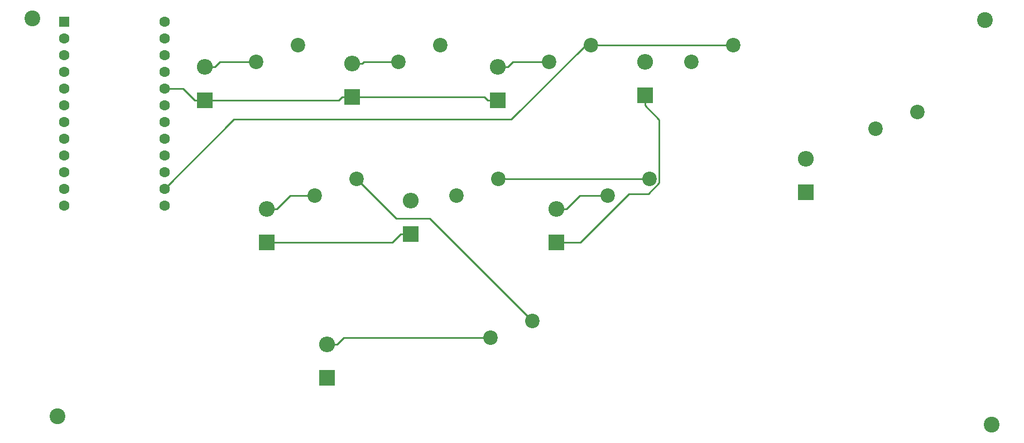
<source format=gtl>
G04 #@! TF.GenerationSoftware,KiCad,Pcbnew,5.1.7-a382d34a8~87~ubuntu20.04.1*
G04 #@! TF.CreationDate,2021-01-04T03:10:59+05:30*
G04 #@! TF.ProjectId,ai03-pcb-guide,61693033-2d70-4636-922d-67756964652e,rev?*
G04 #@! TF.SameCoordinates,Original*
G04 #@! TF.FileFunction,Copper,L1,Top*
G04 #@! TF.FilePolarity,Positive*
%FSLAX46Y46*%
G04 Gerber Fmt 4.6, Leading zero omitted, Abs format (unit mm)*
G04 Created by KiCad (PCBNEW 5.1.7-a382d34a8~87~ubuntu20.04.1) date 2021-01-04 03:10:59*
%MOMM*%
%LPD*%
G01*
G04 APERTURE LIST*
G04 #@! TA.AperFunction,ComponentPad*
%ADD10C,2.400000*%
G04 #@! TD*
G04 #@! TA.AperFunction,ComponentPad*
%ADD11C,1.600000*%
G04 #@! TD*
G04 #@! TA.AperFunction,ComponentPad*
%ADD12R,1.600000X1.600000*%
G04 #@! TD*
G04 #@! TA.AperFunction,ComponentPad*
%ADD13O,2.400000X2.400000*%
G04 #@! TD*
G04 #@! TA.AperFunction,ComponentPad*
%ADD14R,2.400000X2.400000*%
G04 #@! TD*
G04 #@! TA.AperFunction,ComponentPad*
%ADD15C,2.200000*%
G04 #@! TD*
G04 #@! TA.AperFunction,Conductor*
%ADD16C,0.254000*%
G04 #@! TD*
G04 APERTURE END LIST*
D10*
X190563500Y-64798000D03*
X191579500Y-126266000D03*
X49847500Y-124996000D03*
X46037500Y-64544000D03*
D11*
X66103500Y-65052000D03*
X66103500Y-67592000D03*
X66103500Y-70132000D03*
X66103500Y-72672000D03*
X66103500Y-75212000D03*
X66103500Y-77752000D03*
X66103500Y-80292000D03*
X66103500Y-82832000D03*
X66103500Y-85372000D03*
X66103500Y-87912000D03*
X66103500Y-90452000D03*
X66103500Y-92992000D03*
X50863500Y-92992000D03*
X50863500Y-90452000D03*
X50863500Y-87912000D03*
X50863500Y-85372000D03*
X50863500Y-82832000D03*
X50863500Y-80292000D03*
X50863500Y-77752000D03*
X50863500Y-75212000D03*
X50863500Y-72672000D03*
X50863500Y-70132000D03*
X50863500Y-67592000D03*
D12*
X50863500Y-65052000D03*
D13*
X139002000Y-71148000D03*
D14*
X139002000Y-76228000D03*
D13*
X163386000Y-85880000D03*
D14*
X163386000Y-90960000D03*
D13*
X116650000Y-71910000D03*
D14*
X116650000Y-76990000D03*
D13*
X125540000Y-93500000D03*
D14*
X125540000Y-98580000D03*
D13*
X103442000Y-92230000D03*
D14*
X103442000Y-97310000D03*
D13*
X94551500Y-71402000D03*
D14*
X94551500Y-76482000D03*
D13*
X90741500Y-114074000D03*
D14*
X90741500Y-119154000D03*
D13*
X81597500Y-93500000D03*
D14*
X81597500Y-98580000D03*
D13*
X72199500Y-71910000D03*
D14*
X72199500Y-76990000D03*
D15*
X115570000Y-113030000D03*
X121920000Y-110490000D03*
X110370000Y-91440000D03*
X116720000Y-88900000D03*
X88900000Y-91440000D03*
X95250000Y-88900000D03*
X173990000Y-81280000D03*
X180340000Y-78740000D03*
X124460000Y-71120000D03*
X130810000Y-68580000D03*
X133350000Y-91440000D03*
X139700000Y-88900000D03*
X101600000Y-71120000D03*
X107950000Y-68580000D03*
X146050000Y-71120000D03*
X152400000Y-68580000D03*
X80010000Y-71120000D03*
X86360000Y-68580000D03*
D16*
X94551500Y-76482000D02*
X93024200Y-76482000D01*
X72199500Y-76990000D02*
X92516200Y-76990000D01*
X92516200Y-76990000D02*
X93024200Y-76482000D01*
X71435900Y-76990000D02*
X72199500Y-76990000D01*
X116650000Y-76990000D02*
X115122700Y-76990000D01*
X94551500Y-76482000D02*
X114614700Y-76482000D01*
X114614700Y-76482000D02*
X115122700Y-76990000D01*
X71435900Y-76990000D02*
X70672200Y-76990000D01*
X70672200Y-76990000D02*
X68894200Y-75212000D01*
X68894200Y-75212000D02*
X66103500Y-75212000D01*
X72199500Y-71910000D02*
X73726800Y-71910000D01*
X80010000Y-71120000D02*
X74516800Y-71120000D01*
X74516800Y-71120000D02*
X73726800Y-71910000D01*
X81597500Y-93500000D02*
X83124800Y-93500000D01*
X88900000Y-91440000D02*
X85184800Y-91440000D01*
X85184800Y-91440000D02*
X83124800Y-93500000D01*
X103442000Y-97310000D02*
X101914700Y-97310000D01*
X81597500Y-98580000D02*
X100644700Y-98580000D01*
X100644700Y-98580000D02*
X101914700Y-97310000D01*
X90741500Y-114074000D02*
X92268800Y-114074000D01*
X115570000Y-113030000D02*
X93312800Y-113030000D01*
X93312800Y-113030000D02*
X92268800Y-114074000D01*
X94551500Y-71402000D02*
X96078800Y-71402000D01*
X101600000Y-71120000D02*
X96360800Y-71120000D01*
X96360800Y-71120000D02*
X96078800Y-71402000D01*
X121920000Y-110490000D02*
X106360800Y-94930800D01*
X106360800Y-94930800D02*
X101280800Y-94930800D01*
X101280800Y-94930800D02*
X95250000Y-88900000D01*
X139700000Y-88900000D02*
X116720000Y-88900000D01*
X125540000Y-93500000D02*
X127067300Y-93500000D01*
X133350000Y-91440000D02*
X129127300Y-91440000D01*
X129127300Y-91440000D02*
X127067300Y-93500000D01*
X116650000Y-71910000D02*
X118177300Y-71910000D01*
X124460000Y-71120000D02*
X118967300Y-71120000D01*
X118967300Y-71120000D02*
X118177300Y-71910000D01*
X130810000Y-68580000D02*
X130044600Y-68580000D01*
X130044600Y-68580000D02*
X118711400Y-79913200D01*
X118711400Y-79913200D02*
X76642300Y-79913200D01*
X76642300Y-79913200D02*
X66103500Y-90452000D01*
X152400000Y-68580000D02*
X130810000Y-68580000D01*
X139002000Y-76228000D02*
X139002000Y-77755300D01*
X125540000Y-98580000D02*
X129193900Y-98580000D01*
X129193900Y-98580000D02*
X136571700Y-91202200D01*
X136571700Y-91202200D02*
X139486600Y-91202200D01*
X139486600Y-91202200D02*
X141169100Y-89519700D01*
X141169100Y-89519700D02*
X141169100Y-79922400D01*
X141169100Y-79922400D02*
X139002000Y-77755300D01*
M02*

</source>
